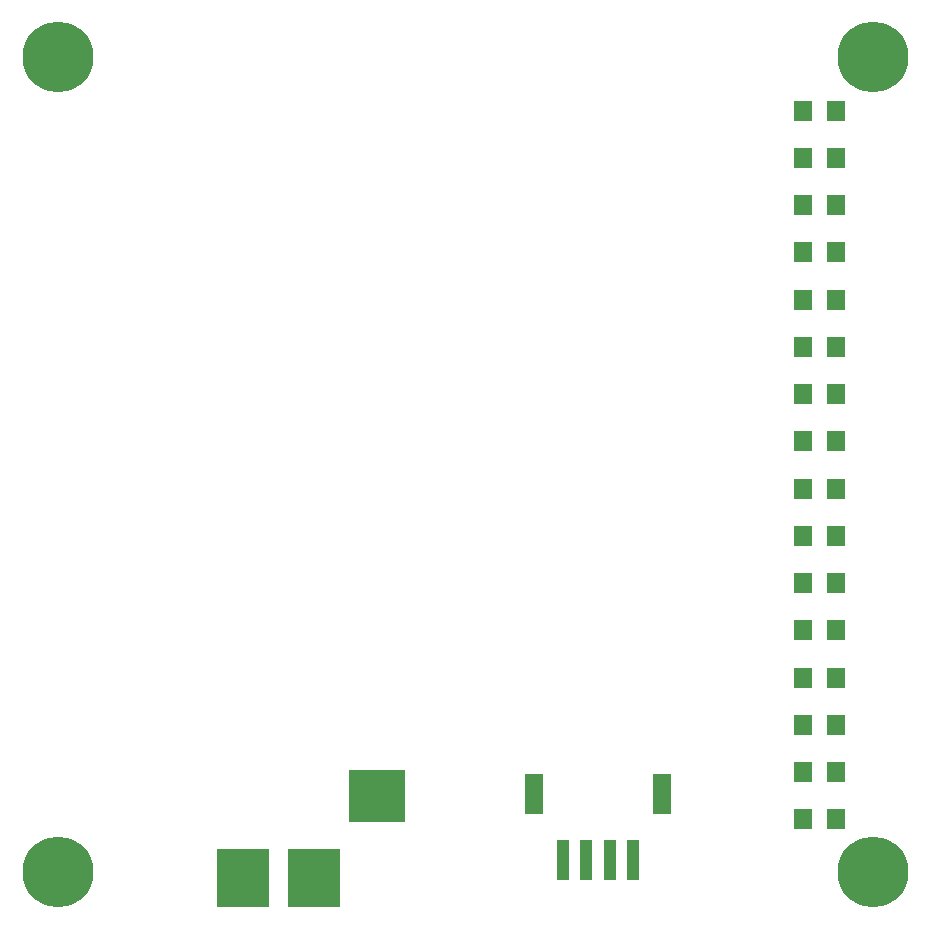
<source format=gbr>
G04 #@! TF.FileFunction,Soldermask,Bot*
%FSLAX46Y46*%
G04 Gerber Fmt 4.6, Leading zero omitted, Abs format (unit mm)*
G04 Created by KiCad (PCBNEW 4.0.4-stable) date 01/17/18 01:50:34*
%MOMM*%
%LPD*%
G01*
G04 APERTURE LIST*
%ADD10C,0.100000*%
%ADD11C,6.000000*%
%ADD12R,1.600200X1.803400*%
%ADD13R,4.700000X4.500000*%
%ADD14R,4.500000X4.900000*%
%ADD15R,1.000000X3.500000*%
%ADD16R,1.600000X3.400000*%
G04 APERTURE END LIST*
D10*
D11*
X100000000Y-100000000D03*
X100000000Y-169000000D03*
X169000000Y-169000000D03*
D12*
X163103000Y-164500000D03*
X165897000Y-164500000D03*
X163103000Y-160500000D03*
X165897000Y-160500000D03*
X163103000Y-156500000D03*
X165897000Y-156500000D03*
X163103000Y-152500000D03*
X165897000Y-152500000D03*
X163103000Y-148500000D03*
X165897000Y-148500000D03*
X163103000Y-144500000D03*
X165897000Y-144500000D03*
X163103000Y-140500000D03*
X165897000Y-140500000D03*
X163103000Y-136500000D03*
X165897000Y-136500000D03*
X163103000Y-132500000D03*
X165897000Y-132500000D03*
X163103000Y-128500000D03*
X165897000Y-128500000D03*
X163103000Y-124500000D03*
X165897000Y-124500000D03*
X163103000Y-120500000D03*
X165897000Y-120500000D03*
X163103000Y-116500000D03*
X165897000Y-116500000D03*
X163103000Y-112500000D03*
X165897000Y-112500000D03*
X163103000Y-108500000D03*
X165897000Y-108500000D03*
X163103000Y-104500000D03*
X165897000Y-104500000D03*
D13*
X127050000Y-162500000D03*
D14*
X121750000Y-169450000D03*
X115700000Y-169450000D03*
D11*
X169000000Y-100000000D03*
D15*
X142750000Y-167925000D03*
X144750000Y-167925000D03*
X146750000Y-167925000D03*
X148750000Y-167925000D03*
D16*
X140350000Y-162375000D03*
X151150000Y-162375000D03*
M02*

</source>
